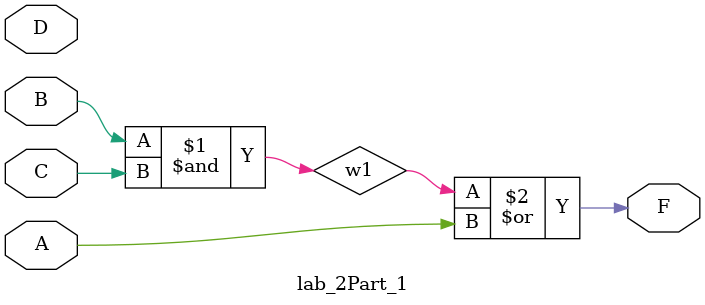
<source format=v>
module lab_2Part_1(input A, B,C,D, output F);
wire w1, w2;
and 
g1(w1,B,C);
or
g2(F,w1,A);
endmodule

</source>
